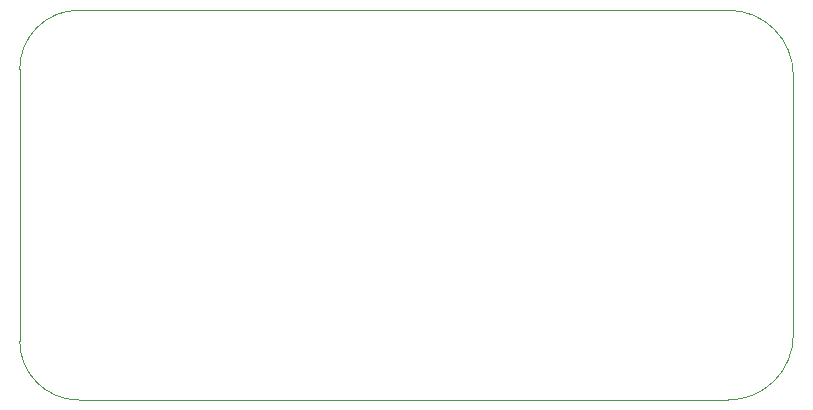
<source format=gbr>
%TF.GenerationSoftware,KiCad,Pcbnew,9.0.1*%
%TF.CreationDate,2025-06-14T17:56:14-05:00*%
%TF.ProjectId,OM-FlexGrid-Rigid-PCB,4f4d2d46-6c65-4784-9772-69642d526967,rev?*%
%TF.SameCoordinates,Original*%
%TF.FileFunction,Profile,NP*%
%FSLAX46Y46*%
G04 Gerber Fmt 4.6, Leading zero omitted, Abs format (unit mm)*
G04 Created by KiCad (PCBNEW 9.0.1) date 2025-06-14 17:56:14*
%MOMM*%
%LPD*%
G01*
G04 APERTURE LIST*
%TA.AperFunction,Profile*%
%ADD10C,0.050000*%
%TD*%
G04 APERTURE END LIST*
D10*
X212000000Y-131500000D02*
X157000000Y-131500000D01*
X152000000Y-103500000D02*
G75*
G02*
X157000000Y-98500000I5000000J0D01*
G01*
X212000000Y-98500000D02*
G75*
G02*
X217500000Y-104000000I0J-5500000D01*
G01*
X217500000Y-104000000D02*
X217500000Y-126000000D01*
X157000000Y-98500000D02*
X212000000Y-98500000D01*
X217500000Y-126000000D02*
G75*
G02*
X212000000Y-131500000I-5500000J0D01*
G01*
X157000000Y-131500000D02*
G75*
G02*
X152000000Y-126500000I0J5000000D01*
G01*
X152000000Y-126500000D02*
X152000000Y-103500000D01*
M02*

</source>
